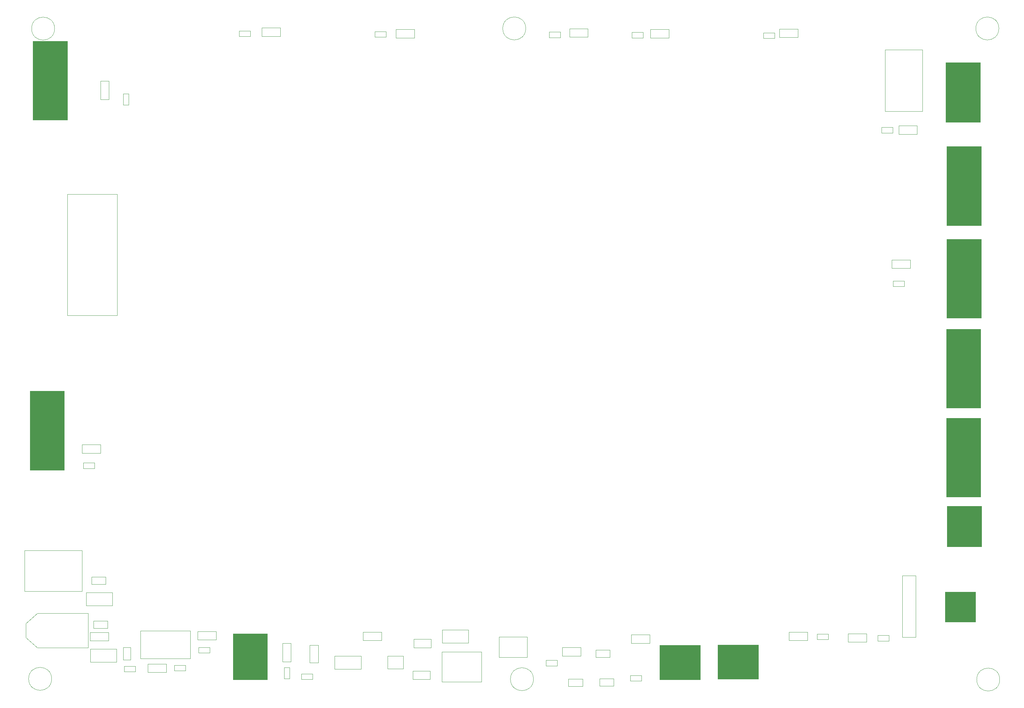
<source format=gbr>
%TF.GenerationSoftware,KiCad,Pcbnew,8.0.5*%
%TF.CreationDate,2025-05-12T12:18:58+05:30*%
%TF.ProjectId,automation,6175746f-6d61-4746-996f-6e2e6b696361,rev?*%
%TF.SameCoordinates,Original*%
%TF.FileFunction,Other,User*%
%FSLAX46Y46*%
G04 Gerber Fmt 4.6, Leading zero omitted, Abs format (unit mm)*
G04 Created by KiCad (PCBNEW 8.0.5) date 2025-05-12 12:18:58*
%MOMM*%
%LPD*%
G01*
G04 APERTURE LIST*
%ADD10C,0.050000*%
%ADD11C,0.100000*%
G04 APERTURE END LIST*
D10*
%TO.C,C1*%
X434895000Y-296620000D02*
X438655000Y-296620000D01*
X434895000Y-298580000D02*
X434895000Y-296620000D01*
X438655000Y-296620000D02*
X438655000Y-298580000D01*
X438655000Y-298580000D02*
X434895000Y-298580000D01*
%TO.C,FB1*%
X308962500Y-281250000D02*
X312662500Y-281250000D01*
X308962500Y-283150000D02*
X308962500Y-281250000D01*
X312662500Y-281250000D02*
X312662500Y-283150000D01*
X312662500Y-283150000D02*
X308962500Y-283150000D01*
%TO.C,C2*%
X443157500Y-296520000D02*
X446917500Y-296520000D01*
X443157500Y-298480000D02*
X443157500Y-296520000D01*
X446917500Y-296520000D02*
X446917500Y-298480000D01*
X446917500Y-298480000D02*
X443157500Y-298480000D01*
%TO.C,D13*%
X307000000Y-273650000D02*
X314000000Y-273650000D01*
X307000000Y-277150000D02*
X307000000Y-273650000D01*
X314000000Y-273650000D02*
X314000000Y-277150000D01*
X314000000Y-277150000D02*
X307000000Y-277150000D01*
%TO.C,D5*%
X305937500Y-234430000D02*
X310837500Y-234430000D01*
X305937500Y-236670000D02*
X305937500Y-234430000D01*
X310837500Y-234430000D02*
X310837500Y-236670000D01*
X310837500Y-236670000D02*
X305937500Y-236670000D01*
%TO.C,IC2*%
X372900000Y-290550000D02*
X379900000Y-290550000D01*
X372900000Y-294050000D02*
X372900000Y-290550000D01*
X379900000Y-290550000D02*
X379900000Y-294050000D01*
X379900000Y-294050000D02*
X372900000Y-294050000D01*
%TO.C,D16*%
X456662500Y-124180000D02*
X461562500Y-124180000D01*
X456662500Y-126420000D02*
X456662500Y-124180000D01*
X461562500Y-124180000D02*
X461562500Y-126420000D01*
X461562500Y-126420000D02*
X456662500Y-126420000D01*
D11*
%TO.C,J8*%
X544300000Y-200800000D02*
X535200000Y-200800000D01*
X535200000Y-179880000D01*
X544300000Y-179880000D01*
X544300000Y-200800000D01*
G36*
X544300000Y-200800000D02*
G01*
X535200000Y-200800000D01*
X535200000Y-179880000D01*
X544300000Y-179880000D01*
X544300000Y-200800000D01*
G37*
D10*
%TO.C,R24*%
X383595000Y-124770000D02*
X386555000Y-124770000D01*
X383595000Y-126230000D02*
X383595000Y-124770000D01*
X386555000Y-124770000D02*
X386555000Y-126230000D01*
X386555000Y-126230000D02*
X383595000Y-126230000D01*
%TO.C,D3*%
X520660000Y-185350000D02*
X525560000Y-185350000D01*
X520660000Y-187590000D02*
X520660000Y-185350000D01*
X525560000Y-185350000D02*
X525560000Y-187590000D01*
X525560000Y-187590000D02*
X520660000Y-187590000D01*
%TO.C,D15*%
X490862500Y-124080000D02*
X495762500Y-124080000D01*
X490862500Y-126320000D02*
X490862500Y-124080000D01*
X495762500Y-124080000D02*
X495762500Y-126320000D01*
X495762500Y-126320000D02*
X490862500Y-126320000D01*
%TO.C,H1*%
X298640000Y-123970000D02*
G75*
G02*
X292540000Y-123970000I-3050000J0D01*
G01*
X292540000Y-123970000D02*
G75*
G02*
X298640000Y-123970000I3050000J0D01*
G01*
%TO.C,R6*%
X316810000Y-141315000D02*
X318270000Y-141315000D01*
X316810000Y-144275000D02*
X316810000Y-141315000D01*
X318270000Y-141315000D02*
X318270000Y-144275000D01*
X318270000Y-144275000D02*
X316810000Y-144275000D01*
%TO.C,D10*%
X380450000Y-284180000D02*
X385350000Y-284180000D01*
X380450000Y-286420000D02*
X380450000Y-284180000D01*
X385350000Y-284180000D02*
X385350000Y-286420000D01*
X385350000Y-286420000D02*
X380450000Y-286420000D01*
%TO.C,R1*%
X517895000Y-150190000D02*
X520855000Y-150190000D01*
X517895000Y-151650000D02*
X517895000Y-150190000D01*
X520855000Y-150190000D02*
X520855000Y-151650000D01*
X520855000Y-151650000D02*
X517895000Y-151650000D01*
%TO.C,D11*%
X359080000Y-287150000D02*
X361320000Y-287150000D01*
X359080000Y-292050000D02*
X359080000Y-287150000D01*
X361320000Y-287150000D02*
X361320000Y-292050000D01*
X361320000Y-292050000D02*
X359080000Y-292050000D01*
D11*
%TO.C,J12*%
X544200000Y-224700000D02*
X535100000Y-224700000D01*
X535100000Y-203780000D01*
X544200000Y-203780000D01*
X544200000Y-224700000D01*
G36*
X544200000Y-224700000D02*
G01*
X535100000Y-224700000D01*
X535100000Y-203780000D01*
X544200000Y-203780000D01*
X544200000Y-224700000D01*
G37*
D10*
%TO.C,R28*%
X330420000Y-292970000D02*
X333380000Y-292970000D01*
X330420000Y-294430000D02*
X330420000Y-292970000D01*
X333380000Y-292970000D02*
X333380000Y-294430000D01*
X333380000Y-294430000D02*
X330420000Y-294430000D01*
%TO.C,S2*%
X302047500Y-167916200D02*
X302047500Y-200083700D01*
X302047500Y-200083700D02*
X315247500Y-200083700D01*
X315247500Y-167916200D02*
X302047500Y-167916200D01*
X315247500Y-200083700D02*
X315247500Y-167916200D01*
%TO.C,D14*%
X308080000Y-288650000D02*
X315080000Y-288650000D01*
X308080000Y-292150000D02*
X308080000Y-288650000D01*
X315080000Y-288650000D02*
X315080000Y-292150000D01*
X315080000Y-292150000D02*
X308080000Y-292150000D01*
%TO.C,H3*%
X423570000Y-123930000D02*
G75*
G02*
X417470000Y-123930000I-3050000J0D01*
G01*
X417470000Y-123930000D02*
G75*
G02*
X423570000Y-123930000I3050000J0D01*
G01*
%TO.C,D4*%
X310820000Y-137857500D02*
X313060000Y-137857500D01*
X310820000Y-142757500D02*
X310820000Y-137857500D01*
X313060000Y-137857500D02*
X313060000Y-142757500D01*
X313060000Y-142757500D02*
X310820000Y-142757500D01*
%TO.C,R19*%
X486595000Y-125070000D02*
X489555000Y-125070000D01*
X486595000Y-126530000D02*
X486595000Y-125070000D01*
X489555000Y-125070000D02*
X489555000Y-126530000D01*
X489555000Y-126530000D02*
X486595000Y-126530000D01*
%TO.C,R17*%
X359470000Y-293620000D02*
X360930000Y-293620000D01*
X359470000Y-296580000D02*
X359470000Y-293620000D01*
X360930000Y-293620000D02*
X360930000Y-296580000D01*
X360930000Y-296580000D02*
X359470000Y-296580000D01*
%TO.C,H2*%
X297850000Y-296600000D02*
G75*
G02*
X291750000Y-296600000I-3050000J0D01*
G01*
X291750000Y-296600000D02*
G75*
G02*
X297850000Y-296600000I3050000J0D01*
G01*
%TO.C,R14*%
X364120000Y-295270000D02*
X367080000Y-295270000D01*
X364120000Y-296730000D02*
X364120000Y-295270000D01*
X367080000Y-295270000D02*
X367080000Y-296730000D01*
X367080000Y-296730000D02*
X364120000Y-296730000D01*
D11*
%TO.C,J4*%
X544400000Y-261540000D02*
X535300000Y-261540000D01*
X535300000Y-250780000D01*
X544400000Y-250780000D01*
X544400000Y-261540000D01*
G36*
X544400000Y-261540000D02*
G01*
X535300000Y-261540000D01*
X535300000Y-250780000D01*
X544400000Y-250780000D01*
X544400000Y-261540000D01*
G37*
D10*
%TO.C,R25*%
X347595000Y-124570000D02*
X350555000Y-124570000D01*
X347595000Y-126030000D02*
X347595000Y-124570000D01*
X350555000Y-124570000D02*
X350555000Y-126030000D01*
X350555000Y-126030000D02*
X347595000Y-126030000D01*
%TO.C,F1*%
X308450000Y-269550000D02*
X312150000Y-269550000D01*
X308450000Y-271450000D02*
X308450000Y-269550000D01*
X312150000Y-269550000D02*
X312150000Y-271450000D01*
X312150000Y-271450000D02*
X308450000Y-271450000D01*
%TO.C,J14*%
X401350000Y-289400000D02*
X401350000Y-297400000D01*
X401350000Y-289400000D02*
X411850000Y-289400000D01*
X411850000Y-297400000D02*
X401350000Y-297400000D01*
X411850000Y-297400000D02*
X411850000Y-289400000D01*
%TO.C,IC3*%
X401392500Y-283590000D02*
X408392500Y-283590000D01*
X401392500Y-287090000D02*
X401392500Y-283590000D01*
X408392500Y-283590000D02*
X408392500Y-287090000D01*
X408392500Y-287090000D02*
X401392500Y-287090000D01*
%TO.C,R22*%
X451710000Y-124970000D02*
X454670000Y-124970000D01*
X451710000Y-126430000D02*
X451710000Y-124970000D01*
X454670000Y-124970000D02*
X454670000Y-126430000D01*
X454670000Y-126430000D02*
X451710000Y-126430000D01*
%TO.C,D2*%
X509050000Y-284580000D02*
X513950000Y-284580000D01*
X509050000Y-286820000D02*
X509050000Y-284580000D01*
X513950000Y-284580000D02*
X513950000Y-286820000D01*
X513950000Y-286820000D02*
X509050000Y-286820000D01*
%TO.C,F2*%
X393920000Y-286080000D02*
X398480000Y-286080000D01*
X393920000Y-288320000D02*
X393920000Y-286080000D01*
X398480000Y-286080000D02*
X398480000Y-288320000D01*
X398480000Y-288320000D02*
X393920000Y-288320000D01*
%TO.C,D7*%
X493350000Y-284180000D02*
X498250000Y-284180000D01*
X493350000Y-286420000D02*
X493350000Y-284180000D01*
X498250000Y-284180000D02*
X498250000Y-286420000D01*
X498250000Y-286420000D02*
X493350000Y-286420000D01*
%TO.C,H4*%
X549020000Y-123940000D02*
G75*
G02*
X542920000Y-123940000I-3050000J0D01*
G01*
X542920000Y-123940000D02*
G75*
G02*
X549020000Y-123940000I3050000J0D01*
G01*
D11*
%TO.C,J17*%
X542800000Y-281487900D02*
X534800000Y-281487900D01*
X534800000Y-273487900D01*
X542800000Y-273487900D01*
X542800000Y-281487900D01*
G36*
X542800000Y-281487900D02*
G01*
X534800000Y-281487900D01*
X534800000Y-273487900D01*
X542800000Y-273487900D01*
X542800000Y-281487900D01*
G37*
D10*
%TO.C,F3*%
X393620000Y-294480000D02*
X398180000Y-294480000D01*
X393620000Y-296720000D02*
X393620000Y-294480000D01*
X398180000Y-294480000D02*
X398180000Y-296720000D01*
X398180000Y-296720000D02*
X393620000Y-296720000D01*
%TO.C,D9*%
X433237500Y-288280000D02*
X438137500Y-288280000D01*
X433237500Y-290520000D02*
X433237500Y-288280000D01*
X438137500Y-288280000D02*
X438137500Y-290520000D01*
X438137500Y-290520000D02*
X433237500Y-290520000D01*
%TO.C,D20*%
X323400000Y-292630000D02*
X328300000Y-292630000D01*
X323400000Y-294870000D02*
X323400000Y-292630000D01*
X328300000Y-292630000D02*
X328300000Y-294870000D01*
X328300000Y-294870000D02*
X323400000Y-294870000D01*
%TO.C,D17*%
X435162500Y-123980000D02*
X440062500Y-123980000D01*
X435162500Y-126220000D02*
X435162500Y-123980000D01*
X440062500Y-123980000D02*
X440062500Y-126220000D01*
X440062500Y-126220000D02*
X435162500Y-126220000D01*
%TO.C,RV1*%
X316850000Y-288220000D02*
X318750000Y-288220000D01*
X316850000Y-291580000D02*
X316850000Y-288220000D01*
X318750000Y-288220000D02*
X318750000Y-291580000D01*
X318750000Y-291580000D02*
X316850000Y-291580000D01*
D11*
%TO.C,J13*%
X544200000Y-248300000D02*
X535100000Y-248300000D01*
X535100000Y-227380000D01*
X544200000Y-227380000D01*
X544200000Y-248300000D01*
G36*
X544200000Y-248300000D02*
G01*
X535100000Y-248300000D01*
X535100000Y-227380000D01*
X544200000Y-227380000D01*
X544200000Y-248300000D01*
G37*
%TO.C,J19*%
X544080000Y-148850000D02*
X534980000Y-148850000D01*
X534980000Y-133010000D01*
X544080000Y-133010000D01*
X544080000Y-148850000D01*
G36*
X544080000Y-148850000D02*
G01*
X534980000Y-148850000D01*
X534980000Y-133010000D01*
X544080000Y-133010000D01*
X544080000Y-148850000D01*
G37*
D10*
%TO.C,R23*%
X429795000Y-124870000D02*
X432755000Y-124870000D01*
X429795000Y-126330000D02*
X429795000Y-124870000D01*
X432755000Y-124870000D02*
X432755000Y-126330000D01*
X432755000Y-126330000D02*
X429795000Y-126330000D01*
%TO.C,D21*%
X366250000Y-292350000D02*
X366250000Y-287650000D01*
X368550000Y-287650000D02*
X366250000Y-287650000D01*
X368550000Y-287650000D02*
X368550000Y-292350000D01*
X368550000Y-292350000D02*
X366250000Y-292350000D01*
D11*
%TO.C,J10*%
X302010000Y-148210000D02*
X292910000Y-148210000D01*
X292910000Y-127290000D01*
X302010000Y-127290000D01*
X302010000Y-148210000D01*
G36*
X302010000Y-148210000D02*
G01*
X292910000Y-148210000D01*
X292910000Y-127290000D01*
X302010000Y-127290000D01*
X302010000Y-148210000D01*
G37*
D10*
%TO.C,FB2*%
X442137500Y-288950000D02*
X445837500Y-288950000D01*
X442137500Y-290850000D02*
X442137500Y-288950000D01*
X445837500Y-288950000D02*
X445837500Y-290850000D01*
X445837500Y-290850000D02*
X442137500Y-290850000D01*
D11*
%TO.C,J1*%
X469820000Y-296800000D02*
X459060000Y-296800000D01*
X459060000Y-287700000D01*
X469820000Y-287700000D01*
X469820000Y-296800000D01*
G36*
X469820000Y-296800000D02*
G01*
X459060000Y-296800000D01*
X459060000Y-287700000D01*
X469820000Y-287700000D01*
X469820000Y-296800000D01*
G37*
D10*
%TO.C,J15*%
X518850000Y-129610000D02*
X518850000Y-145900000D01*
X518850000Y-145900000D02*
X528750000Y-145900000D01*
X528750000Y-129610000D02*
X518850000Y-129610000D01*
X528750000Y-145900000D02*
X528750000Y-129610000D01*
%TO.C,R12*%
X451295000Y-295670000D02*
X454255000Y-295670000D01*
X451295000Y-297130000D02*
X451295000Y-295670000D01*
X454255000Y-295670000D02*
X454255000Y-297130000D01*
X454255000Y-297130000D02*
X451295000Y-297130000D01*
%TO.C,R9*%
X500795000Y-284670000D02*
X503755000Y-284670000D01*
X500795000Y-286130000D02*
X500795000Y-284670000D01*
X503755000Y-284670000D02*
X503755000Y-286130000D01*
X503755000Y-286130000D02*
X500795000Y-286130000D01*
%TO.C,J5*%
X290650000Y-262550000D02*
X290650000Y-273350000D01*
X290650000Y-273350000D02*
X305950000Y-273350000D01*
X305950000Y-262550000D02*
X290650000Y-262550000D01*
X305950000Y-273350000D02*
X305950000Y-262550000D01*
%TO.C,H6*%
X549250000Y-296790000D02*
G75*
G02*
X543150000Y-296790000I-3050000J0D01*
G01*
X543150000Y-296790000D02*
G75*
G02*
X549250000Y-296790000I3050000J0D01*
G01*
D11*
%TO.C,U1*%
X355050000Y-296800000D02*
X345950000Y-296800000D01*
X345950000Y-284600000D01*
X355050000Y-284600000D01*
X355050000Y-296800000D01*
G36*
X355050000Y-296800000D02*
G01*
X345950000Y-296800000D01*
X345950000Y-284600000D01*
X355050000Y-284600000D01*
X355050000Y-296800000D01*
G37*
D10*
%TO.C,J6*%
X291030000Y-281920000D02*
X294080000Y-279170000D01*
X291030000Y-285620000D02*
X291030000Y-281920000D01*
X294080000Y-279170000D02*
X307530000Y-279170000D01*
X294080000Y-288370000D02*
X291030000Y-285620000D01*
X307530000Y-279170000D02*
X307530000Y-288370000D01*
X307530000Y-288370000D02*
X294080000Y-288370000D01*
%TO.C,D8*%
X451550000Y-284880000D02*
X456450000Y-284880000D01*
X451550000Y-287120000D02*
X451550000Y-284880000D01*
X456450000Y-284880000D02*
X456450000Y-287120000D01*
X456450000Y-287120000D02*
X451550000Y-287120000D01*
%TO.C,IC1*%
X386950000Y-290500000D02*
X386950000Y-293900000D01*
X386950000Y-293900000D02*
X391050000Y-293900000D01*
X391050000Y-290500000D02*
X386950000Y-290500000D01*
X391050000Y-293900000D02*
X391050000Y-290500000D01*
%TO.C,D6*%
X308062500Y-284260000D02*
X312962500Y-284260000D01*
X308062500Y-286500000D02*
X308062500Y-284260000D01*
X312962500Y-284260000D02*
X312962500Y-286500000D01*
X312962500Y-286500000D02*
X308062500Y-286500000D01*
D11*
%TO.C,J9*%
X301200000Y-241140000D02*
X292100000Y-241140000D01*
X292100000Y-220220000D01*
X301200000Y-220220000D01*
X301200000Y-241140000D01*
G36*
X301200000Y-241140000D02*
G01*
X292100000Y-241140000D01*
X292100000Y-220220000D01*
X301200000Y-220220000D01*
X301200000Y-241140000D01*
G37*
D10*
%TO.C,D1*%
X522462500Y-149780000D02*
X527362500Y-149780000D01*
X522462500Y-152020000D02*
X522462500Y-149780000D01*
X527362500Y-149780000D02*
X527362500Y-152020000D01*
X527362500Y-152020000D02*
X522462500Y-152020000D01*
D11*
%TO.C,J7*%
X544300000Y-176200000D02*
X535200000Y-176200000D01*
X535200000Y-155280000D01*
X544300000Y-155280000D01*
X544300000Y-176200000D01*
G36*
X544300000Y-176200000D02*
G01*
X535200000Y-176200000D01*
X535200000Y-155280000D01*
X544300000Y-155280000D01*
X544300000Y-176200000D01*
G37*
D10*
%TO.C,R2*%
X516920000Y-285070000D02*
X519880000Y-285070000D01*
X516920000Y-286530000D02*
X516920000Y-285070000D01*
X519880000Y-285070000D02*
X519880000Y-286530000D01*
X519880000Y-286530000D02*
X516920000Y-286530000D01*
%TO.C,D12*%
X336550000Y-283980000D02*
X341450000Y-283980000D01*
X336550000Y-286220000D02*
X336550000Y-283980000D01*
X341450000Y-283980000D02*
X341450000Y-286220000D01*
X341450000Y-286220000D02*
X336550000Y-286220000D01*
%TO.C,U2*%
X416525000Y-285492500D02*
X416525000Y-290897500D01*
X416525000Y-285492500D02*
X423935000Y-285492500D01*
X416525000Y-290897500D02*
X423935000Y-290897500D01*
X423935000Y-285492500D02*
X423935000Y-290897500D01*
%TO.C,J16*%
X523400000Y-269237900D02*
X523400000Y-285537900D01*
X523400000Y-285537900D02*
X527000000Y-285537900D01*
X527000000Y-269237900D02*
X523400000Y-269237900D01*
X527000000Y-285537900D02*
X527000000Y-269237900D01*
%TO.C,D19*%
X353562500Y-123780000D02*
X358462500Y-123780000D01*
X353562500Y-126020000D02*
X353562500Y-123780000D01*
X358462500Y-123780000D02*
X358462500Y-126020000D01*
X358462500Y-126020000D02*
X353562500Y-126020000D01*
%TO.C,R8*%
X317120000Y-293270000D02*
X320080000Y-293270000D01*
X317120000Y-294730000D02*
X317120000Y-293270000D01*
X320080000Y-293270000D02*
X320080000Y-294730000D01*
X320080000Y-294730000D02*
X317120000Y-294730000D01*
%TO.C,S1*%
X321400000Y-283872500D02*
X321400000Y-291232500D01*
X321400000Y-291232500D02*
X334600000Y-291232500D01*
X334600000Y-283872500D02*
X321400000Y-283872500D01*
X334600000Y-291232500D02*
X334600000Y-283872500D01*
D11*
%TO.C,J2*%
X485280000Y-296650000D02*
X474520000Y-296650000D01*
X474520000Y-287550000D01*
X485280000Y-287550000D01*
X485280000Y-296650000D01*
G36*
X485280000Y-296650000D02*
G01*
X474520000Y-296650000D01*
X474520000Y-287550000D01*
X485280000Y-287550000D01*
X485280000Y-296650000D01*
G37*
D10*
%TO.C,D18*%
X389162500Y-124180000D02*
X394062500Y-124180000D01*
X389162500Y-126420000D02*
X389162500Y-124180000D01*
X394062500Y-124180000D02*
X394062500Y-126420000D01*
X394062500Y-126420000D02*
X389162500Y-126420000D01*
%TO.C,R3*%
X520955000Y-190980000D02*
X523915000Y-190980000D01*
X520955000Y-192440000D02*
X520955000Y-190980000D01*
X523915000Y-190980000D02*
X523915000Y-192440000D01*
X523915000Y-192440000D02*
X520955000Y-192440000D01*
%TO.C,R7*%
X306295000Y-239270000D02*
X309255000Y-239270000D01*
X306295000Y-240730000D02*
X306295000Y-239270000D01*
X309255000Y-239270000D02*
X309255000Y-240730000D01*
X309255000Y-240730000D02*
X306295000Y-240730000D01*
%TO.C,R13*%
X428907500Y-291670000D02*
X431867500Y-291670000D01*
X428907500Y-293130000D02*
X428907500Y-291670000D01*
X431867500Y-291670000D02*
X431867500Y-293130000D01*
X431867500Y-293130000D02*
X428907500Y-293130000D01*
%TO.C,H5*%
X425610000Y-296690000D02*
G75*
G02*
X419510000Y-296690000I-3050000J0D01*
G01*
X419510000Y-296690000D02*
G75*
G02*
X425610000Y-296690000I3050000J0D01*
G01*
%TO.C,R18*%
X336820000Y-288270000D02*
X339780000Y-288270000D01*
X336820000Y-289730000D02*
X336820000Y-288270000D01*
X339780000Y-288270000D02*
X339780000Y-289730000D01*
X339780000Y-289730000D02*
X336820000Y-289730000D01*
%TD*%
M02*

</source>
